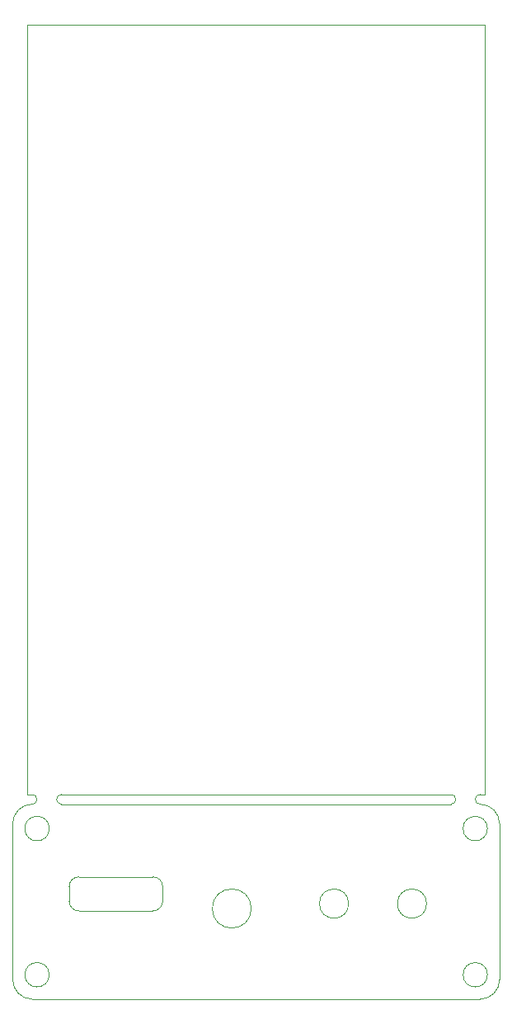
<source format=gbr>
G04 #@! TF.FileFunction,Profile,NP*
%FSLAX46Y46*%
G04 Gerber Fmt 4.6, Leading zero omitted, Abs format (unit mm)*
G04 Created by KiCad (PCBNEW 4.0.3-stable) date 08/09/18 16:35:35*
%MOMM*%
%LPD*%
G01*
G04 APERTURE LIST*
%ADD10C,0.100000*%
G04 APERTURE END LIST*
D10*
X142900000Y-145950000D02*
X142900000Y-144450000D01*
X141900000Y-146950000D02*
G75*
G03X142900000Y-145950000I0J1000000D01*
G01*
X134300000Y-146950000D02*
X141900000Y-146950000D01*
X134300000Y-143450000D02*
X141900000Y-143450000D01*
X142900000Y-144450000D02*
G75*
G03X141900000Y-143450000I-1000000J0D01*
G01*
X133300000Y-145950000D02*
X133300000Y-144450000D01*
X133300000Y-145950000D02*
G75*
G03X134300000Y-146950000I1000000J0D01*
G01*
X134300000Y-143450000D02*
G75*
G03X133300000Y-144450000I0J-1000000D01*
G01*
X176250000Y-138500000D02*
G75*
G03X176250000Y-138500000I-1250000J0D01*
G01*
X176250000Y-153500000D02*
G75*
G03X176250000Y-153500000I-1250000J0D01*
G01*
X131250000Y-153500000D02*
G75*
G03X131250000Y-153500000I-1250000J0D01*
G01*
X131258968Y-138500000D02*
G75*
G03X131258968Y-138500000I-1258968J0D01*
G01*
X152000000Y-146700000D02*
G75*
G03X152000000Y-146700000I-2000000J0D01*
G01*
X162000000Y-146200000D02*
G75*
G03X162000000Y-146200000I-1500000J0D01*
G01*
X170000000Y-146200000D02*
G75*
G03X170000000Y-146200000I-1500000J0D01*
G01*
X132500000Y-135000000D02*
X172500000Y-135000000D01*
X132500000Y-136000000D02*
X172500000Y-136000000D01*
X132000000Y-135500000D02*
G75*
G03X132500000Y-136000000I500000J0D01*
G01*
X132500000Y-135000000D02*
G75*
G03X132000000Y-135500000I0J-500000D01*
G01*
X173000000Y-135500000D02*
G75*
G03X172500000Y-135000000I-500000J0D01*
G01*
X172500000Y-136000000D02*
G75*
G03X173000000Y-135500000I0J500000D01*
G01*
X176000000Y-135000000D02*
X175500000Y-135000000D01*
X129500000Y-135000000D02*
X129000000Y-135000000D01*
X127500000Y-154000000D02*
G75*
G03X129500000Y-156000000I2000000J0D01*
G01*
X127500000Y-138000000D02*
X127500000Y-154000000D01*
X175500000Y-156000000D02*
X129500000Y-156000000D01*
X177500000Y-154000000D02*
X177500000Y-138000000D01*
X175500000Y-156000000D02*
G75*
G03X177500000Y-154000000I0J2000000D01*
G01*
X175500000Y-135000000D02*
G75*
G03X175000000Y-135500000I0J-500000D01*
G01*
X175000000Y-135500000D02*
G75*
G03X175500000Y-136000000I500000J0D01*
G01*
X177500000Y-138000000D02*
G75*
G03X175500000Y-136000000I-2000000J0D01*
G01*
X130000000Y-135500000D02*
G75*
G03X129500000Y-135000000I-500000J0D01*
G01*
X129500000Y-136000000D02*
G75*
G03X130000000Y-135500000I0J500000D01*
G01*
X129500000Y-136000000D02*
G75*
G03X127500000Y-138000000I0J-2000000D01*
G01*
X129000000Y-135000000D02*
X129000000Y-56000000D01*
X176000000Y-56000000D02*
X176000000Y-135000000D01*
X129000000Y-56000000D02*
X176000000Y-56000000D01*
M02*

</source>
